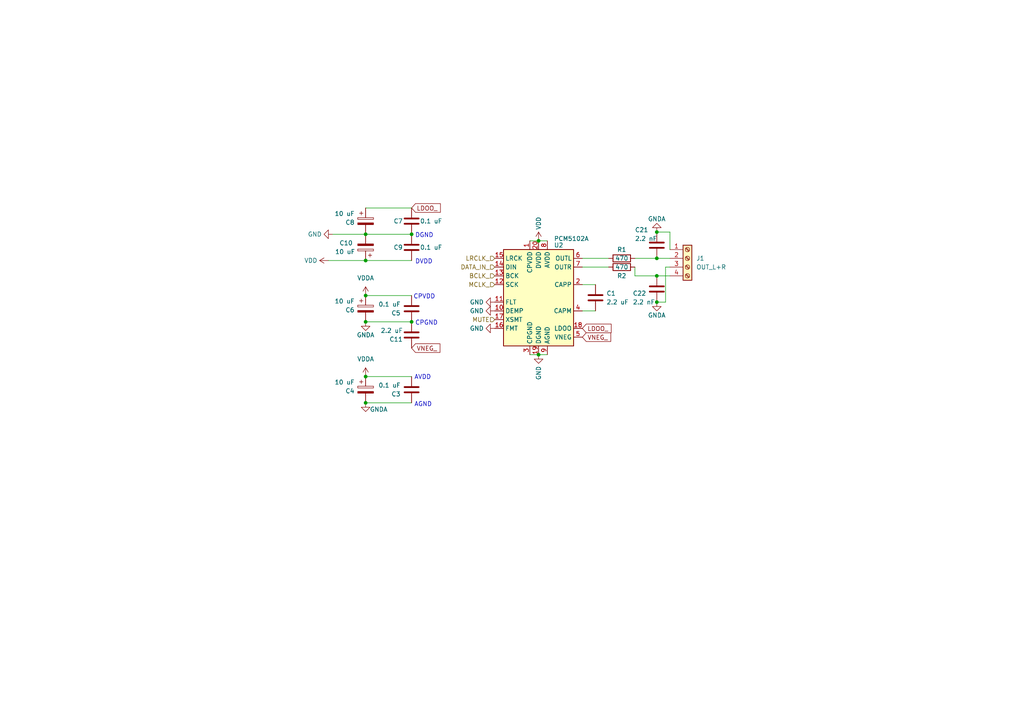
<source format=kicad_sch>
(kicad_sch (version 20230121) (generator eeschema)
  (paper "A4")
  (lib_symbols
    (symbol "Audio:PCM5102A"
      (property "Reference" "U" (at -10.16 13.97 0))
      (property "Value" "PCM5102A" (at 3.81 13.97 0))
      (symbol "PCM5102A_0_1"
        (rectangle (start -10.16 12.7) (end 10.16 -15.24) (stroke (width 0.254)) (fill (type background)))
      )
      (symbol "PCM5102A_1_1"
        (pin passive line (at -2.54 15.24 270) (length 2.54) (name "CPVDD") (number "1"))
        (pin input line (at -12.7 -5.08 0) (length 2.54) (name "DEMP") (number "10"))
        (pin input line (at -12.7 -2.54 0) (length 2.54) (name "FLT") (number "11"))
        (pin input line (at -12.7 2.54 0) (length 2.54) (name "SCK") (number "12"))
        (pin input line (at -12.7 5.08 0) (length 2.54) (name "BCK") (number "13"))
        (pin input line (at -12.7 7.62 0) (length 2.54) (name "DIN") (number "14"))
        (pin input line (at -12.7 10.16 0) (length 2.54) (name "LRCK") (number "15"))
        (pin input line (at -12.7 -10.16 0) (length 2.54) (name "FMT") (number "16"))
        (pin input line (at -12.7 -7.62 0) (length 2.54) (name "XSMT") (number "17"))
        (pin passive line (at 12.7 -10.16 180) (length 2.54) (name "LDOO") (number "18"))
        (pin power_in line (at 0 -17.78 90) (length 2.54) (name "DGND") (number "19"))
        (pin passive line (at 12.7 2.54 180) (length 2.54) (name "CAPP") (number "2"))
        (pin power_in line (at 0 15.24 270) (length 2.54) (name "DVDD") (number "20"))
        (pin power_in line (at -2.54 -17.78 90) (length 2.54) (name "CPGND") (number "3"))
        (pin passive line (at 12.7 -5.08 180) (length 2.54) (name "CAPM") (number "4"))
        (pin passive line (at 12.7 -12.7 180) (length 2.54) (name "VNEG") (number "5"))
        (pin output line (at 12.7 10.16 180) (length 2.54) (name "OUTL") (number "6"))
        (pin output line (at 12.7 7.62 180) (length 2.54) (name "OUTR") (number "7"))
        (pin power_in line (at 2.54 15.24 270) (length 2.54) (name "AVDD") (number "8"))
        (pin power_in line (at 2.54 -17.78 90) (length 2.54) (name "AGND") (number "9"))
      )
    )
    (symbol "Connector:Screw_Terminal_01x04" (pin_names (offset 1.016) hide)
      (property "Reference" "J" (at 0 5.08 0))
      (property "Value" "Screw_Terminal_01x04" (at 0 -7.62 0))
      (symbol "Screw_Terminal_01x04_1_1"
        (rectangle (start -1.27 3.81) (end 1.27 -6.35) (stroke (width 0.254)) (fill (type background)))
        (circle (center 0 -5.08) (radius 0.635) (stroke (width 0.1524)))
        (circle (center 0 -2.54) (radius 0.635) (stroke (width 0.1524)))
        (polyline (pts (xy -0.5334 -4.7498) (xy 0.3302 -5.588)) (stroke (width 0.1524)))
        (polyline (pts (xy -0.5334 -2.2098) (xy 0.3302 -3.048)) (stroke (width 0.1524)))
        (polyline (pts (xy -0.5334 0.3302) (xy 0.3302 -0.508)) (stroke (width 0.1524)))
        (polyline (pts (xy -0.5334 2.8702) (xy 0.3302 2.032)) (stroke (width 0.1524)))
        (polyline (pts (xy -0.3556 -4.572) (xy 0.508 -5.4102)) (stroke (width 0.1524)))
        (polyline (pts (xy -0.3556 -2.032) (xy 0.508 -2.8702)) (stroke (width 0.1524)))
        (polyline (pts (xy -0.3556 0.508) (xy 0.508 -0.3302)) (stroke (width 0.1524)))
        (polyline (pts (xy -0.3556 3.048) (xy 0.508 2.2098)) (stroke (width 0.1524)))
        (circle (center 0 0) (radius 0.635) (stroke (width 0.1524)))
        (circle (center 0 2.54) (radius 0.635) (stroke (width 0.1524)))
        (pin passive line (at -5.08 2.54 0) (length 3.81) (name "Pin_1") (number "1"))
        (pin passive line (at -5.08 0 0) (length 3.81) (name "Pin_2") (number "2"))
        (pin passive line (at -5.08 -2.54 0) (length 3.81) (name "Pin_3") (number "3"))
        (pin passive line (at -5.08 -5.08 0) (length 3.81) (name "Pin_4") (number "4"))
      )
    )
    (symbol "Device:C" (pin_numbers hide) (pin_names (offset 0.254))
      (property "Reference" "C" (at 0.635 2.54 0))
      (property "Value" "C" (at 0.635 -2.54 0))
      (symbol "C_0_1"
        (polyline (pts (xy -2.032 -0.762) (xy 2.032 -0.762)) (stroke (width 0.508)))
        (polyline (pts (xy -2.032 0.762) (xy 2.032 0.762)) (stroke (width 0.508)))
      )
      (symbol "C_1_1"
        (pin passive line (at 0 3.81 270) (length 2.794) (name "~") (number "1"))
        (pin passive line (at 0 -3.81 90) (length 2.794) (name "~") (number "2"))
      )
    )
    (symbol "Device:C_Polarized" (pin_numbers hide) (pin_names (offset 0.254))
      (property "Reference" "C" (at 0.635 2.54 0))
      (property "Value" "C_Polarized" (at 0.635 -2.54 0))
      (symbol "C_Polarized_0_1"
        (rectangle (start -2.286 0.508) (end 2.286 1.016))
        (polyline (pts (xy -1.778 2.286) (xy -0.762 2.286)))
        (polyline (pts (xy -1.27 2.794) (xy -1.27 1.778)))
        (rectangle (start 2.286 -0.508) (end -2.286 -1.016) (fill (type outline)))
      )
      (symbol "C_Polarized_1_1"
        (pin passive line (at 0 3.81 270) (length 2.794) (name "~") (number "1"))
        (pin passive line (at 0 -3.81 90) (length 2.794) (name "~") (number "2"))
      )
    )
    (symbol "Device:R" (pin_numbers hide) (pin_names (offset 0))
      (property "Reference" "R" (at 2.032 0 90))
      (property "Value" "R" (at 0 0 90))
      (symbol "R_0_1"
        (rectangle (start -1.016 -2.54) (end 1.016 2.54) (stroke (width 0.254)))
      )
      (symbol "R_1_1"
        (pin passive line (at 0 3.81 270) (length 1.27) (name "~") (number "1"))
        (pin passive line (at 0 -3.81 90) (length 1.27) (name "~") (number "2"))
      )
    )
    (symbol "power:GND" (power) (pin_names (offset 0))
      (property "Value" "GND" (at 0 -3.81 0))
      (symbol "GND_0_1"
        (polyline (pts (xy 0 0) (xy 0 -1.27) (xy 1.27 -1.27) (xy 0 -2.54) (xy -1.27 -1.27) (xy 0 -1.27)))
      )
      (symbol "GND_1_1"
        (pin power_in line (at 0 0 270) (length 0) hide (name "GND") (number "1"))
      )
    )
    (symbol "power:GNDA" (power) (pin_names (offset 0))
      (property "Value" "GNDA" (at 0 -3.81 0))
      (symbol "GNDA_0_1"
        (polyline (pts (xy 0 0) (xy 0 -1.27) (xy 1.27 -1.27) (xy 0 -2.54) (xy -1.27 -1.27) (xy 0 -1.27)))
      )
      (symbol "GNDA_1_1"
        (pin power_in line (at 0 0 270) (length 0) hide (name "GNDA") (number "1"))
      )
    )
    (symbol "power:VDD" (power) (pin_names (offset 0))
      (property "Value" "VDD" (at 0 3.81 0))
      (symbol "VDD_0_1"
        (polyline (pts (xy -0.762 1.27) (xy 0 2.54)))
        (polyline (pts (xy 0 0) (xy 0 2.54)))
        (polyline (pts (xy 0 2.54) (xy 0.762 1.27)))
      )
      (symbol "VDD_1_1"
        (pin power_in line (at 0 0 90) (length 0) hide (name "VDD") (number "1"))
      )
    )
    (symbol "power:VDDA" (power) (pin_names (offset 0))
      (property "Value" "VDDA" (at 0 3.81 0))
      (symbol "VDDA_0_1"
        (polyline (pts (xy -0.762 1.27) (xy 0 2.54)))
        (polyline (pts (xy 0 0) (xy 0 2.54)))
        (polyline (pts (xy 0 2.54) (xy 0.762 1.27)))
      )
      (symbol "VDDA_1_1"
        (pin power_in line (at 0 0 90) (length 0) hide (name "VDDA") (number "1"))
      )
    )
  )
  (junction (at 106.045 93.345))
  (junction (at 106.045 67.945))
  (junction (at 106.045 75.565))
  (junction (at 106.045 85.725))
  (junction (at 106.045 116.84))
  (junction (at 190.5 87.63))
  (junction (at 190.5 67.31))
  (junction (at 190.5 74.93))
  (junction (at 106.045 109.22))
  (junction (at 156.21 102.87))
  (junction (at 190.5 80.01))
  (junction (at 119.38 93.345))
  (junction (at 156.21 69.85))
  (junction (at 119.38 67.945))
  (wire (pts (xy 184.15 77.47) (xy 184.15 80.01)))
  (wire (pts (xy 106.045 67.945) (xy 119.38 67.945)))
  (wire (pts (xy 156.21 69.85) (xy 158.75 69.85)))
  (wire (pts (xy 106.045 60.325) (xy 119.38 60.325)))
  (wire (pts (xy 184.15 74.93) (xy 190.5 74.93)))
  (wire (pts (xy 119.38 93.345) (xy 106.045 93.345)))
  (wire (pts (xy 153.67 102.87) (xy 156.21 102.87)))
  (wire (pts (xy 106.045 75.565) (xy 119.38 75.565)))
  (wire (pts (xy 168.91 90.17) (xy 172.72 90.17)))
  (wire (pts (xy 95.25 75.565) (xy 106.045 75.565)))
  (wire (pts (xy 119.38 116.84) (xy 106.045 116.84)))
  (wire (pts (xy 194.31 77.47) (xy 193.04 77.47)))
  (wire (pts (xy 190.5 74.93) (xy 194.31 74.93)))
  (wire (pts (xy 190.5 67.31) (xy 194.31 67.31)))
  (wire (pts (xy 193.04 77.47) (xy 193.04 87.63)))
  (wire (pts (xy 184.15 80.01) (xy 190.5 80.01)))
  (wire (pts (xy 96.52 67.945) (xy 106.045 67.945)))
  (wire (pts (xy 119.38 109.22) (xy 106.045 109.22)))
  (wire (pts (xy 156.21 102.87) (xy 158.75 102.87)))
  (wire (pts (xy 168.91 77.47) (xy 176.53 77.47)))
  (wire (pts (xy 193.04 87.63) (xy 190.5 87.63)))
  (wire (pts (xy 153.67 69.85) (xy 156.21 69.85)))
  (wire (pts (xy 190.5 80.01) (xy 194.31 80.01)))
  (wire (pts (xy 168.91 74.93) (xy 176.53 74.93)))
  (wire (pts (xy 194.31 67.31) (xy 194.31 72.39)))
  (wire (pts (xy 168.91 82.55) (xy 172.72 82.55)))
  (wire (pts (xy 119.38 85.725) (xy 106.045 85.725)))
  (text "DVDD" (at 120.396 76.708 0) (effects (font (size 1.27 1.27)) (justify left bottom)))
  (text "CPGND" (at 120.396 94.488 0) (effects (font (size 1.27 1.27)) (justify left bottom)))
  (text "DGND" (at 120.396 69.088 0) (effects (font (size 1.27 1.27)) (justify left bottom)))
  (text "AVDD" (at 120.142 110.236 0) (effects (font (size 1.27 1.27)) (justify left bottom)))
  (text "AGND" (at 120.142 118.11 0) (effects (font (size 1.27 1.27)) (justify left bottom)))
  (text "CPVDD" (at 119.888 86.868 0) (effects (font (size 1.27 1.27)) (justify left bottom)))
  (global_label "VNEG_${#}" (shape input) (at 119.38 100.965 0) (property "Intersheetrefs" "${INTERSHEET_REFS}" (effects hide)))
  (global_label "LDOO_${#}" (shape input) (at 119.38 60.325 0) (property "Intersheetrefs" "${INTERSHEET_REFS}" (effects hide)))
  (global_label "VNEG_${#}" (shape input) (at 168.91 97.79 0) (property "Intersheetrefs" "${INTERSHEET_REFS}" (effects hide)))
  (global_label "LDOO_${#}" (shape input) (at 168.91 95.25 0) (property "Intersheetrefs" "${INTERSHEET_REFS}" (effects hide)))
  (hierarchical_label "LRCLK_${#}" (shape input) (at 143.51 74.93 180))
  (hierarchical_label "DATA_IN_${#}" (shape input) (at 143.51 77.47 180))
  (hierarchical_label "MUTE" (shape input) (at 143.51 92.71 180))
  (hierarchical_label "MCLK_${#}" (shape input) (at 143.51 82.55 180))
  (hierarchical_label "BCLK_${#}" (shape input) (at 143.51 80.01 180))
  (symbol (lib_id "power:VDD") (at 95.25 75.565 90) (unit 1)
    (property "Reference" "#PWR06" (effects hide))
    (property "Value" "VDD" (at 92.075 75.565 90) (effects (justify left)))
    (instances (project "DSPDAC" (path "" (reference "#PWR06") (unit 1)) (path "" (reference "#PWR01") (unit 1)) (path "" (reference "#PWR014") (unit 1))))
  )
  (symbol (lib_id "power:VDD") (at 156.21 69.85 0) (unit 1)
    (property "Reference" "#PWR06" (effects hide))
    (property "Value" "VDD" (at 156.21 64.77 90))
    (instances (project "DSPDAC" (path "" (reference "#PWR06") (unit 1)) (path "" (reference "#PWR010") (unit 1)) (path "" (reference "#PWR023") (unit 1))))
  )
  (symbol (lib_id "power:GNDA") (at 190.5 87.63 0) (unit 1)
    (property "Reference" "#PWR015" (effects hide))
    (property "Value" "GNDA" (at 190.5 91.44 0))
    (instances (project "DSPDAC" (path "" (reference "#PWR015") (unit 1)) (path "" (reference "#PWR013") (unit 1)) (path "" (reference "#PWR026") (unit 1))))
  )
  (symbol (lib_id "power:VDDA") (at 106.045 85.725 0) (unit 1)
    (property "Reference" "#PWR022" (effects hide))
    (property "Value" "VDDA" (at 106.045 80.645 0))
    (instances (project "DSPDAC" (path "" (reference "#PWR022") (unit 1)) (path "" (reference "#PWR03") (unit 1)) (path "" (reference "#PWR016") (unit 1))))
  )
  (symbol (lib_id "power:GND") (at 143.51 95.25 270) (unit 1)
    (property "Reference" "#PWR010" (effects hide))
    (property "Value" "GND" (at 140.335 95.25 90) (effects (justify right)))
    (instances (project "DSPDAC" (path "" (reference "#PWR010") (unit 1)) (path "" (reference "#PWR09") (unit 1)) (path "" (reference "#PWR022") (unit 1))))
  )
  (symbol (lib_id "Audio:PCM5102A") (at 156.21 85.09 0) (unit 1)
    (property "Reference" "U2" (at 160.655 71.12 0) (effects (justify left)))
    (property "Value" "PCM5102A" (at 160.655 69.215 0) (effects (justify left)))
    (property "Footprint" "Package_SO:TSSOP-20_4.4x6.5mm_P0.65mm" (effects hide))
    (property "Datasheet" "https://www.ti.com/lit/ds/symlink/pcm5102a.pdf" (effects hide))
    (instances (project "DSPDAC" (path "" (reference "U2") (unit 1)) (path "" (reference "U1") (unit 1)) (path "" (reference "U2") (unit 1))))
  )
  (symbol (lib_id "power:GND") (at 156.21 102.87 0) (unit 1)
    (property "Reference" "#PWR02" (effects hide))
    (property "Value" "GND" (at 156.21 108.204 90))
    (instances (project "DSPDAC" (path "" (reference "#PWR02") (unit 1)) (path "" (reference "#PWR011") (unit 1)) (path "" (reference "#PWR024") (unit 1))))
  )
  (symbol (lib_id "power:VDDA") (at 106.045 109.22 0) (unit 1)
    (property "Reference" "#PWR019" (effects hide))
    (property "Value" "VDDA" (at 106.045 104.14 0))
    (instances (project "DSPDAC" (path "" (reference "#PWR019") (unit 1)) (path "" (reference "#PWR05") (unit 1)) (path "" (reference "#PWR018") (unit 1))))
  )
  (symbol (lib_id "power:GNDA") (at 106.045 116.84 0) (unit 1)
    (property "Reference" "#PWR020" (effects hide))
    (property "Value" "GNDA" (at 109.855 118.745 0))
    (instances (project "DSPDAC" (path "" (reference "#PWR020") (unit 1)) (path "" (reference "#PWR06") (unit 1)) (path "" (reference "#PWR019") (unit 1))))
  )
  (symbol (lib_id "Connector:Screw_Terminal_01x04") (at 199.39 74.93 0) (unit 1)
    (property "Reference" "J1" (at 201.93 74.93 0) (effects (justify left)))
    (property "Value" "OUT${#}_L+R" (at 201.93 77.47 0) (effects (justify left)))
    (property "Footprint" "TerminalBlock_Phoenix:TerminalBlock_Phoenix_MKDS-1,5-4-5.08_1x04_P5.08mm_Horizontal" (effects hide))
    (instances (project "DSPDAC" (path "" (reference "J1") (unit 1)) (path "" (reference "J2") (unit 1))))
  )
  (symbol (lib_id "Device:C") (at 190.5 83.82 0) (unit 1)
    (property "Reference" "C22" (at 183.515 85.09 0) (effects (justify left)))
    (property "Value" "2.2 nF" (at 183.515 87.63 0) (effects (justify left)))
    (property "Footprint" "Capacitor_SMD:C_0805_2012Metric_Pad1.18x1.45mm_HandSolder" (effects hide))
    (instances (project "DSPDAC" (path "" (reference "C22") (unit 1)) (path "" (reference "C12") (unit 1)) (path "" (reference "C24") (unit 1))))
  )
  (symbol (lib_id "power:GND") (at 96.52 67.945 270) (unit 1)
    (property "Reference" "#PWR02" (effects hide))
    (property "Value" "GND" (at 93.345 67.945 90) (effects (justify right)))
    (instances (project "DSPDAC" (path "" (reference "#PWR02") (unit 1)) (path "" (reference "#PWR02") (unit 1)) (path "" (reference "#PWR015") (unit 1))))
  )
  (symbol (lib_id "power:GND") (at 143.51 90.17 270) (unit 1)
    (property "Reference" "#PWR09" (effects hide))
    (property "Value" "GND" (at 140.335 90.17 90) (effects (justify right)))
    (instances (project "DSPDAC" (path "" (reference "#PWR09") (unit 1)) (path "" (reference "#PWR08") (unit 1)) (path "" (reference "#PWR021") (unit 1))))
  )
  (symbol (lib_id "Device:C_Polarized") (at 106.045 113.03 0) (unit 1)
    (property "Reference" "C4" (at 102.87 113.411 0) (effects (justify right)))
    (property "Value" "10 uF" (at 102.87 110.871 0) (effects (justify right)))
    (property "Footprint" "Capacitor_SMD:CP_Elec_4x5.4" (effects hide))
    (instances (project "DSPDAC" (path "" (reference "C4") (unit 1)) (path "" (reference "C4") (unit 1)) (path "" (reference "C16") (unit 1))))
  )
  (symbol (lib_id "Device:C") (at 119.38 97.155 180) (unit 1)
    (property "Reference" "C11" (at 116.84 98.425 0) (effects (justify left)))
    (property "Value" "2.2 uF" (at 116.84 95.885 0) (effects (justify left)))
    (property "Footprint" "Capacitor_SMD:C_0805_2012Metric_Pad1.18x1.45mm_HandSolder" (effects hide))
    (instances (project "DSPDAC" (path "" (reference "C11") (unit 1)) (path "" (reference "C8") (unit 1)) (path "" (reference "C20") (unit 1))))
  )
  (symbol (lib_id "Device:C") (at 190.5 71.12 0) (unit 1)
    (property "Reference" "C21" (at 184.15 66.675 0) (effects (justify left)))
    (property "Value" "2.2 nF" (at 184.15 69.215 0) (effects (justify left)))
    (property "Footprint" "Capacitor_SMD:C_0805_2012Metric_Pad1.18x1.45mm_HandSolder" (effects hide))
    (instances (project "DSPDAC" (path "" (reference "C21") (unit 1)) (path "" (reference "C11") (unit 1)) (path "" (reference "C23") (unit 1))))
  )
  (symbol (lib_id "Device:R") (at 180.34 74.93 90) (unit 1)
    (property "Reference" "R1" (at 180.34 72.39 90))
    (property "Value" "470" (at 180.34 74.93 90))
    (property "Footprint" "Resistor_SMD:R_0805_2012Metric_Pad1.20x1.40mm_HandSolder" (effects hide))
    (instances (project "DSPDAC" (path "" (reference "R1") (unit 1)) (path "" (reference "R1") (unit 1)) (path "" (reference "R3") (unit 1))))
  )
  (symbol (lib_id "Device:C_Polarized") (at 106.045 89.535 0) (unit 1)
    (property "Reference" "C6" (at 102.87 89.916 0) (effects (justify right)))
    (property "Value" "10 uF" (at 102.87 87.376 0) (effects (justify right)))
    (property "Footprint" "Capacitor_SMD:CP_Elec_4x5.4" (effects hide))
    (instances (project "DSPDAC" (path "" (reference "C6") (unit 1)) (path "" (reference "C3") (unit 1)) (path "" (reference "C15") (unit 1))))
  )
  (symbol (lib_id "Device:C_Polarized") (at 106.045 64.135 0) (unit 1)
    (property "Reference" "C8" (at 102.87 64.516 0) (effects (justify right)))
    (property "Value" "10 uF" (at 102.87 61.976 0) (effects (justify right)))
    (property "Footprint" "Capacitor_SMD:CP_Elec_4x5.4" (effects hide))
    (instances (project "DSPDAC" (path "" (reference "C8") (unit 1)) (path "" (reference "C1") (unit 1)) (path "" (reference "C13") (unit 1))))
  )
  (symbol (lib_id "Device:R") (at 180.34 77.47 270) (unit 1)
    (property "Reference" "R2" (at 180.34 80.01 90))
    (property "Value" "470" (at 180.34 77.47 90))
    (property "Footprint" "Resistor_SMD:R_0805_2012Metric_Pad1.20x1.40mm_HandSolder" (effects hide))
    (instances (project "DSPDAC" (path "" (reference "R2") (unit 1)) (path "" (reference "R2") (unit 1)) (path "" (reference "R4") (unit 1))))
  )
  (symbol (lib_id "Device:C") (at 119.38 113.03 180) (unit 1)
    (property "Reference" "C3" (at 116.205 114.3 0) (effects (justify left)))
    (property "Value" "0.1 uF" (at 116.205 111.76 0) (effects (justify left)))
    (property "Footprint" "Capacitor_SMD:C_0805_2012Metric_Pad1.18x1.45mm_HandSolder" (effects hide))
    (instances (project "DSPDAC" (path "" (reference "C3") (unit 1)) (path "" (reference "C9") (unit 1)) (path "" (reference "C21") (unit 1))))
  )
  (symbol (lib_id "Device:C") (at 119.38 64.135 180) (unit 1)
    (property "Reference" "C7" (at 116.84 64.135 0) (effects (justify left)))
    (property "Value" "0.1 uF" (at 128.27 64.135 0) (effects (justify left)))
    (property "Footprint" "Capacitor_SMD:C_0805_2012Metric_Pad1.18x1.45mm_HandSolder" (effects hide))
    (instances (project "DSPDAC" (path "" (reference "C7") (unit 1)) (path "" (reference "C5") (unit 1)) (path "" (reference "C17") (unit 1))))
  )
  (symbol (lib_id "power:GNDA") (at 190.5 67.31 180) (unit 1)
    (property "Reference" "#PWR016" (effects hide))
    (property "Value" "GNDA" (at 190.5 63.5 0))
    (instances (project "DSPDAC" (path "" (reference "#PWR016") (unit 1)) (path "" (reference "#PWR012") (unit 1)) (path "" (reference "#PWR025") (unit 1))))
  )
  (symbol (lib_id "power:GND") (at 143.51 87.63 270) (unit 1)
    (property "Reference" "#PWR08" (effects hide))
    (property "Value" "GND" (at 140.335 87.63 90) (effects (justify right)))
    (instances (project "DSPDAC" (path "" (reference "#PWR08") (unit 1)) (path "" (reference "#PWR07") (unit 1)) (path "" (reference "#PWR020") (unit 1))))
  )
  (symbol (lib_id "Device:C_Polarized") (at 106.045 71.755 180) (unit 1)
    (property "Reference" "C10" (at 98.425 70.485 0) (effects (justify right)))
    (property "Value" "10 uF" (at 97.155 73.025 0) (effects (justify right)))
    (property "Footprint" "Capacitor_SMD:CP_Elec_4x5.4" (effects hide))
    (instances (project "DSPDAC" (path "" (reference "C10") (unit 1)) (path "" (reference "C2") (unit 1)) (path "" (reference "C14") (unit 1))))
  )
  (symbol (lib_id "Device:C") (at 119.38 89.535 180) (unit 1)
    (property "Reference" "C5" (at 116.205 90.805 0) (effects (justify left)))
    (property "Value" "0.1 uF" (at 116.205 88.265 0) (effects (justify left)))
    (property "Footprint" "Capacitor_SMD:C_0805_2012Metric_Pad1.18x1.45mm_HandSolder" (effects hide))
    (instances (project "DSPDAC" (path "" (reference "C5") (unit 1)) (path "" (reference "C7") (unit 1)) (path "" (reference "C19") (unit 1))))
  )
  (symbol (lib_id "Device:C") (at 119.38 71.755 180) (unit 1)
    (property "Reference" "C9" (at 116.84 71.755 0) (effects (justify left)))
    (property "Value" "0.1 uF" (at 128.27 71.755 0) (effects (justify left)))
    (property "Footprint" "Capacitor_SMD:C_0805_2012Metric_Pad1.18x1.45mm_HandSolder" (effects hide))
    (instances (project "DSPDAC" (path "" (reference "C9") (unit 1)) (path "" (reference "C6") (unit 1)) (path "" (reference "C18") (unit 1))))
  )
  (symbol (lib_id "power:GNDA") (at 106.045 93.345 0) (unit 1)
    (property "Reference" "#PWR021" (effects hide))
    (property "Value" "GNDA" (at 106.045 97.155 0))
    (instances (project "DSPDAC" (path "" (reference "#PWR021") (unit 1)) (path "" (reference "#PWR04") (unit 1)) (path "" (reference "#PWR017") (unit 1))))
  )
  (symbol (lib_id "Device:C") (at 172.72 86.36 0) (unit 1)
    (property "Reference" "C1" (at 175.895 85.09 0) (effects (justify left)))
    (property "Value" "2.2 uF" (at 175.895 87.63 0) (effects (justify left)))
    (property "Footprint" "Capacitor_SMD:C_0805_2012Metric_Pad1.18x1.45mm_HandSolder" (effects hide))
    (instances (project "DSPDAC" (path "" (reference "C1") (unit 1)) (path "" (reference "C10") (unit 1)) (path "" (reference "C22") (unit 1))))
  )
)
</source>
